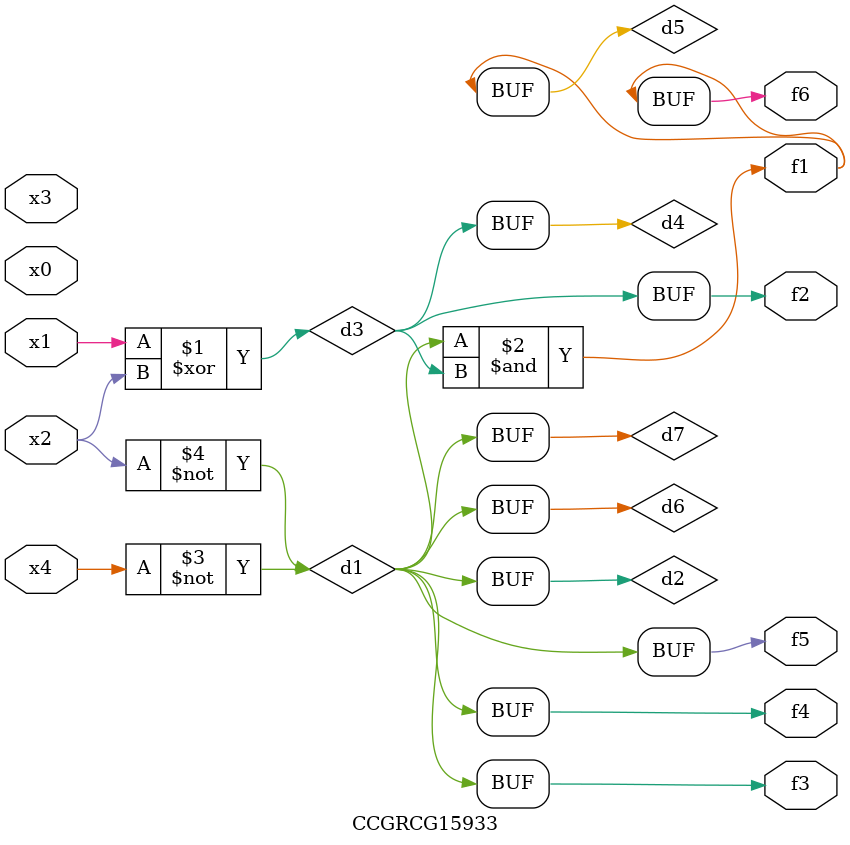
<source format=v>
module CCGRCG15933(
	input x0, x1, x2, x3, x4,
	output f1, f2, f3, f4, f5, f6
);

	wire d1, d2, d3, d4, d5, d6, d7;

	not (d1, x4);
	not (d2, x2);
	xor (d3, x1, x2);
	buf (d4, d3);
	and (d5, d1, d3);
	buf (d6, d1, d2);
	buf (d7, d2);
	assign f1 = d5;
	assign f2 = d4;
	assign f3 = d7;
	assign f4 = d7;
	assign f5 = d7;
	assign f6 = d5;
endmodule

</source>
